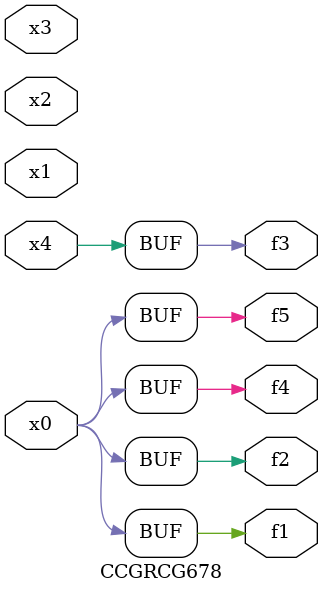
<source format=v>
module CCGRCG678(
	input x0, x1, x2, x3, x4,
	output f1, f2, f3, f4, f5
);
	assign f1 = x0;
	assign f2 = x0;
	assign f3 = x4;
	assign f4 = x0;
	assign f5 = x0;
endmodule

</source>
